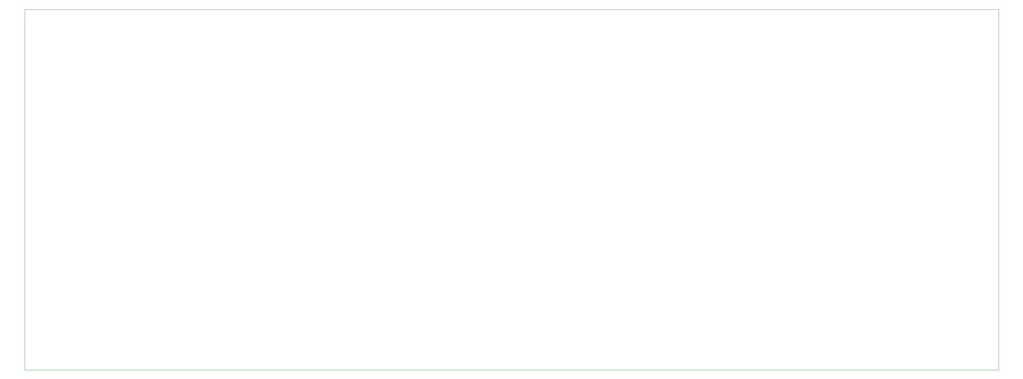
<source format=gbr>
%TF.GenerationSoftware,KiCad,Pcbnew,7.0.9*%
%TF.CreationDate,2023-12-09T12:48:13-06:00*%
%TF.ProjectId,ShutterDriver,53687574-7465-4724-9472-697665722e6b,1*%
%TF.SameCoordinates,Original*%
%TF.FileFunction,Profile,NP*%
%FSLAX46Y46*%
G04 Gerber Fmt 4.6, Leading zero omitted, Abs format (unit mm)*
G04 Created by KiCad (PCBNEW 7.0.9) date 2023-12-09 12:48:13*
%MOMM*%
%LPD*%
G01*
G04 APERTURE LIST*
%TA.AperFunction,Profile*%
%ADD10C,0.100000*%
%TD*%
G04 APERTURE END LIST*
D10*
X21971000Y-59309000D02*
X275971000Y-59309000D01*
X275971000Y-153289000D01*
X21971000Y-153289000D01*
X21971000Y-59309000D01*
M02*

</source>
